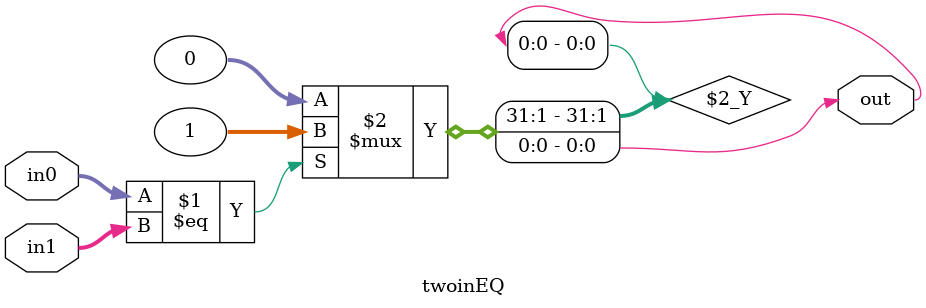
<source format=v>
module twoinEQ#(parameter W = 16)
(
 input [W-1:0] in0, in1,
 output out
);
assign out = (in0==in1)?1:0;
endmodule 

</source>
